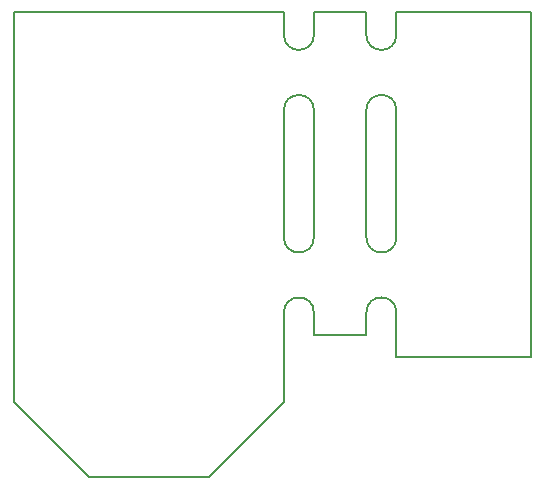
<source format=gko>
G04 #@! TF.FileFunction,Profile,NP*
%FSLAX46Y46*%
G04 Gerber Fmt 4.6, Leading zero omitted, Abs format (unit mm)*
G04 Created by KiCad (PCBNEW (2016-05-03 BZR 6266)-product) date Wed May 25 03:17:44 2016*
%MOMM*%
%LPD*%
G01*
G04 APERTURE LIST*
%ADD10C,0.350000*%
%ADD11C,0.150000*%
G04 APERTURE END LIST*
D10*
D11*
X140970000Y-83820000D02*
X140970000Y-81915000D01*
X140970000Y-100965000D02*
X140970000Y-90170000D01*
X140970000Y-107315000D02*
X140970000Y-111125000D01*
X133985000Y-109220000D02*
X138430000Y-109220000D01*
X133985000Y-81915000D02*
X138430000Y-81915000D01*
X140970000Y-90170000D02*
G75*
G03X138430000Y-90170000I-1270000J0D01*
G01*
X133985000Y-90170000D02*
G75*
G03X131445000Y-90170000I-1270000J0D01*
G01*
X140970000Y-107315000D02*
G75*
G03X138430000Y-107315000I-1270000J0D01*
G01*
X133985000Y-107315000D02*
G75*
G03X131445000Y-107315000I-1270000J0D01*
G01*
X131445000Y-100965000D02*
G75*
G03X133985000Y-100965000I1270000J0D01*
G01*
X138430000Y-100965000D02*
G75*
G03X140970000Y-100965000I1270000J0D01*
G01*
X138430000Y-83820000D02*
G75*
G03X140970000Y-83820000I1270000J0D01*
G01*
X131445000Y-83820000D02*
G75*
G03X133985000Y-83820000I1270000J0D01*
G01*
X138430000Y-109220000D02*
X138430000Y-107315000D01*
X133985000Y-107315000D02*
X133985000Y-109220000D01*
X131445000Y-107315000D02*
X131445000Y-114935000D01*
X138430000Y-90170000D02*
X138430000Y-100965000D01*
X133985000Y-100965000D02*
X133985000Y-90170000D01*
X131445000Y-90170000D02*
X131445000Y-100965000D01*
X133985000Y-81915000D02*
X133985000Y-83820000D01*
X138430000Y-83820000D02*
X138430000Y-81915000D01*
X131445000Y-81915000D02*
X131445000Y-83820000D01*
X108585000Y-81915000D02*
X131445000Y-81915000D01*
X108585000Y-114935000D02*
X108585000Y-81915000D01*
X125095000Y-121285000D02*
X114935000Y-121285000D01*
X131445000Y-114935000D02*
X125095000Y-121285000D01*
X108585000Y-114935000D02*
X114935000Y-121285000D01*
X152400000Y-81915000D02*
X140970000Y-81915000D01*
X152400000Y-111125000D02*
X152400000Y-81915000D01*
X140970000Y-111125000D02*
X152400000Y-111125000D01*
M02*

</source>
